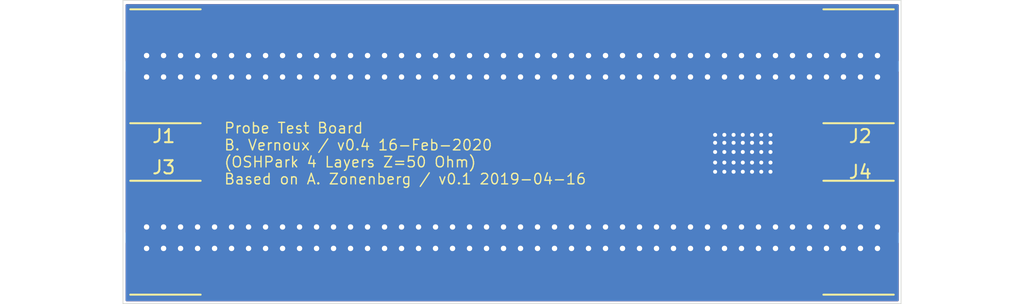
<source format=kicad_pcb>
(kicad_pcb (version 20171130) (host pcbnew "(5.1.5)-2")

  (general
    (thickness 1.6)
    (drawings 7)
    (tracks 219)
    (zones 0)
    (modules 7)
    (nets 4)
  )

  (page A4)
  (layers
    (0 F.Cu signal)
    (1 In1.Cu signal)
    (2 In2.Cu signal)
    (31 B.Cu signal)
    (32 B.Adhes user)
    (33 F.Adhes user)
    (34 B.Paste user)
    (35 F.Paste user)
    (36 B.SilkS user)
    (37 F.SilkS user)
    (38 B.Mask user)
    (39 F.Mask user)
    (40 Dwgs.User user)
    (41 Cmts.User user)
    (42 Eco1.User user)
    (43 Eco2.User user)
    (44 Edge.Cuts user)
    (45 Margin user)
    (46 B.CrtYd user)
    (47 F.CrtYd user)
    (48 B.Fab user)
    (49 F.Fab user)
  )

  (setup
    (last_trace_width 0.34036)
    (user_trace_width 0.7239)
    (user_trace_width 1)
    (trace_clearance 0.1524)
    (zone_clearance 0.1524)
    (zone_45_only no)
    (trace_min 0.1524)
    (via_size 0.762)
    (via_drill 0.4064)
    (via_min_size 0.4)
    (via_min_drill 0.3)
    (uvia_size 0.3)
    (uvia_drill 0.1)
    (uvias_allowed no)
    (uvia_min_size 0.2)
    (uvia_min_drill 0.1)
    (edge_width 0.15)
    (segment_width 0.2)
    (pcb_text_width 0.3)
    (pcb_text_size 1.5 1.5)
    (mod_edge_width 0.15)
    (mod_text_size 1 1)
    (mod_text_width 0.15)
    (pad_size 0.975 1.4)
    (pad_drill 0)
    (pad_to_mask_clearance 0.051)
    (solder_mask_min_width 0.1524)
    (aux_axis_origin 0 0)
    (grid_origin 183 172)
    (visible_elements 7FFDEFFF)
    (pcbplotparams
      (layerselection 0x010ff_ffffffff)
      (usegerberextensions true)
      (usegerberattributes false)
      (usegerberadvancedattributes false)
      (creategerberjobfile false)
      (excludeedgelayer true)
      (linewidth 0.152400)
      (plotframeref false)
      (viasonmask false)
      (mode 1)
      (useauxorigin false)
      (hpglpennumber 1)
      (hpglpenspeed 20)
      (hpglpendiameter 15.000000)
      (psnegative false)
      (psa4output false)
      (plotreference true)
      (plotvalue true)
      (plotinvisibletext false)
      (padsonsilk false)
      (subtractmaskfromsilk false)
      (outputformat 1)
      (mirror false)
      (drillshape 0)
      (scaleselection 1)
      (outputdirectory "Gerber_4Layers_F.Cu_In1.Cu_In2.Cu_B.Cu/"))
  )

  (net 0 "")
  (net 1 /GND)
  (net 2 /FOO_P)
  (net 3 /FOO_N)

  (net_class Default "This is the default net class."
    (clearance 0.1524)
    (trace_width 0.34036)
    (via_dia 0.762)
    (via_drill 0.4064)
    (uvia_dia 0.3)
    (uvia_drill 0.1)
    (add_net /FOO_N)
    (add_net /FOO_P)
    (add_net /GND)
  )

  (module kicad:SMA-Launcher_Cinch_142-0771-831 (layer F.Cu) (tedit 5E0C940C) (tstamp 5CB69813)
    (at 118.7 68 270)
    (path /5CB6AA20)
    (fp_text reference J4 (at -4.99 2.794 180) (layer F.SilkS)
      (effects (font (size 1 1) (thickness 0.15)))
    )
    (fp_text value Conn_Coaxial (at 0 6.731 90) (layer F.Fab)
      (effects (font (size 1 1) (thickness 0.15)))
    )
    (fp_line (start 4.318 0.254) (end 4.318 5.588) (layer F.SilkS) (width 0.15))
    (fp_line (start -4.318 0.254) (end -4.318 5.588) (layer F.SilkS) (width 0.15))
    (fp_line (start -4.064 -9.5504) (end -4.064 5.5626) (layer F.CrtYd) (width 0.15))
    (fp_line (start 4.064 -9.5504) (end -4.064 -9.5504) (layer F.CrtYd) (width 0.15))
    (fp_line (start 4.064 5.5626) (end 4.064 -9.5504) (layer F.CrtYd) (width 0.15))
    (fp_line (start -4.064 5.5626) (end 4.064 5.5626) (layer F.CrtYd) (width 0.15))
    (fp_line (start 3.1242 -5.334) (end -3.1242 -5.0292) (layer F.Fab) (width 0.15))
    (fp_line (start 3.1242 -6.096) (end -3.1242 -5.7912) (layer F.Fab) (width 0.15))
    (fp_line (start 3.1242 -6.858) (end -3.1242 -6.5532) (layer F.Fab) (width 0.15))
    (fp_line (start 3.1242 -7.62) (end -3.1242 -7.3152) (layer F.Fab) (width 0.15))
    (fp_line (start 3.1242 -8.382) (end -3.1242 -8.0772) (layer F.Fab) (width 0.15))
    (fp_line (start 3.1242 -9.144) (end -3.1242 -8.8392) (layer F.Fab) (width 0.15))
    (fp_line (start 3.1242 0) (end 3.1242 -1.27) (layer F.Fab) (width 0.15))
    (fp_line (start 3.1242 -1.27) (end 2.7432 -1.651) (layer F.Fab) (width 0.15))
    (fp_line (start 2.7432 -1.651) (end 2.7432 -4.191) (layer F.Fab) (width 0.15))
    (fp_line (start 2.7432 -4.191) (end 3.1242 -4.572) (layer F.Fab) (width 0.15))
    (fp_line (start 3.1242 -4.572) (end 3.1242 -9.144) (layer F.Fab) (width 0.15))
    (fp_line (start 3.1242 -9.144) (end 2.7432 -9.525) (layer F.Fab) (width 0.15))
    (fp_line (start 0.8636 0) (end 0.8636 4.5466) (layer F.Fab) (width 0.15))
    (fp_line (start -0.8636 0) (end -0.8636 4.5466) (layer F.Fab) (width 0.15))
    (fp_line (start -3.1242 -9.144) (end -2.7432 -9.525) (layer F.Fab) (width 0.15))
    (fp_line (start -3.1242 -4.572) (end -3.1242 -9.144) (layer F.Fab) (width 0.15))
    (fp_line (start -2.7432 -4.191) (end -3.1242 -4.572) (layer F.Fab) (width 0.15))
    (fp_line (start -2.7432 -1.651) (end -2.7432 -4.191) (layer F.Fab) (width 0.15))
    (fp_line (start -3.1242 -1.27) (end -2.7432 -1.651) (layer F.Fab) (width 0.15))
    (fp_line (start -3.1242 0) (end -3.1242 -1.27) (layer F.Fab) (width 0.15))
    (fp_line (start -3.1242 0) (end 3.1242 0) (layer F.Fab) (width 0.15))
    (fp_line (start -2.7432 -9.525) (end 2.7432 -9.525) (layer F.Fab) (width 0.15))
    (fp_line (start 3.1242 0) (end 3.1242 4.5466) (layer F.Fab) (width 0.15))
    (fp_line (start -3.1242 4.5466) (end 3.1242 4.5466) (layer F.Fab) (width 0.15))
    (fp_line (start -3.1242 0) (end -3.1242 4.5466) (layer F.Fab) (width 0.15))
    (pad 2 smd rect (at 0 1.0922 270) (size 6.2992 2.1844) (layers B.Cu B.Paste B.Mask)
      (net 1 /GND))
    (pad 1 smd rect (at 0 0.4445 270) (size 0.4064 0.889) (layers F.Cu F.Paste F.Mask)
      (net 3 /FOO_N))
    (pad 2 smd rect (at 2.4638 2.7686 270) (size 3.2258 5.5372) (layers F.Cu F.Paste F.Mask)
      (net 1 /GND))
    (pad 2 smd rect (at -2.4638 2.7686 270) (size 3.2258 5.5372) (layers F.Cu F.Paste F.Mask)
      (net 1 /GND))
    (model ${KISYS3DMOD}/Connectors_BELFUSE/142-0771-831.stp
      (at (xyz 0 0 0))
      (scale (xyz 1 1 1))
      (rotate (xyz 0 0 -90))
    )
  )

  (module kicad:SMA-Launcher_Cinch_142-0771-831 (layer F.Cu) (tedit 5E0C940C) (tstamp 5CB6980C)
    (at 118.7 55 270)
    (path /5CB68B0D)
    (fp_text reference J2 (at 5.3 2.794 180) (layer F.SilkS)
      (effects (font (size 1 1) (thickness 0.15)))
    )
    (fp_text value Conn_Coaxial (at 0 6.731 90) (layer F.Fab)
      (effects (font (size 1 1) (thickness 0.15)))
    )
    (fp_line (start 4.318 0.254) (end 4.318 5.588) (layer F.SilkS) (width 0.15))
    (fp_line (start -4.318 0.254) (end -4.318 5.588) (layer F.SilkS) (width 0.15))
    (fp_line (start -4.064 -9.5504) (end -4.064 5.5626) (layer F.CrtYd) (width 0.15))
    (fp_line (start 4.064 -9.5504) (end -4.064 -9.5504) (layer F.CrtYd) (width 0.15))
    (fp_line (start 4.064 5.5626) (end 4.064 -9.5504) (layer F.CrtYd) (width 0.15))
    (fp_line (start -4.064 5.5626) (end 4.064 5.5626) (layer F.CrtYd) (width 0.15))
    (fp_line (start 3.1242 -5.334) (end -3.1242 -5.0292) (layer F.Fab) (width 0.15))
    (fp_line (start 3.1242 -6.096) (end -3.1242 -5.7912) (layer F.Fab) (width 0.15))
    (fp_line (start 3.1242 -6.858) (end -3.1242 -6.5532) (layer F.Fab) (width 0.15))
    (fp_line (start 3.1242 -7.62) (end -3.1242 -7.3152) (layer F.Fab) (width 0.15))
    (fp_line (start 3.1242 -8.382) (end -3.1242 -8.0772) (layer F.Fab) (width 0.15))
    (fp_line (start 3.1242 -9.144) (end -3.1242 -8.8392) (layer F.Fab) (width 0.15))
    (fp_line (start 3.1242 0) (end 3.1242 -1.27) (layer F.Fab) (width 0.15))
    (fp_line (start 3.1242 -1.27) (end 2.7432 -1.651) (layer F.Fab) (width 0.15))
    (fp_line (start 2.7432 -1.651) (end 2.7432 -4.191) (layer F.Fab) (width 0.15))
    (fp_line (start 2.7432 -4.191) (end 3.1242 -4.572) (layer F.Fab) (width 0.15))
    (fp_line (start 3.1242 -4.572) (end 3.1242 -9.144) (layer F.Fab) (width 0.15))
    (fp_line (start 3.1242 -9.144) (end 2.7432 -9.525) (layer F.Fab) (width 0.15))
    (fp_line (start 0.8636 0) (end 0.8636 4.5466) (layer F.Fab) (width 0.15))
    (fp_line (start -0.8636 0) (end -0.8636 4.5466) (layer F.Fab) (width 0.15))
    (fp_line (start -3.1242 -9.144) (end -2.7432 -9.525) (layer F.Fab) (width 0.15))
    (fp_line (start -3.1242 -4.572) (end -3.1242 -9.144) (layer F.Fab) (width 0.15))
    (fp_line (start -2.7432 -4.191) (end -3.1242 -4.572) (layer F.Fab) (width 0.15))
    (fp_line (start -2.7432 -1.651) (end -2.7432 -4.191) (layer F.Fab) (width 0.15))
    (fp_line (start -3.1242 -1.27) (end -2.7432 -1.651) (layer F.Fab) (width 0.15))
    (fp_line (start -3.1242 0) (end -3.1242 -1.27) (layer F.Fab) (width 0.15))
    (fp_line (start -3.1242 0) (end 3.1242 0) (layer F.Fab) (width 0.15))
    (fp_line (start -2.7432 -9.525) (end 2.7432 -9.525) (layer F.Fab) (width 0.15))
    (fp_line (start 3.1242 0) (end 3.1242 4.5466) (layer F.Fab) (width 0.15))
    (fp_line (start -3.1242 4.5466) (end 3.1242 4.5466) (layer F.Fab) (width 0.15))
    (fp_line (start -3.1242 0) (end -3.1242 4.5466) (layer F.Fab) (width 0.15))
    (pad 2 smd rect (at 0 1.0922 270) (size 6.2992 2.1844) (layers B.Cu B.Paste B.Mask)
      (net 1 /GND))
    (pad 1 smd rect (at 0 0.4445 270) (size 0.4064 0.889) (layers F.Cu F.Paste F.Mask)
      (net 2 /FOO_P))
    (pad 2 smd rect (at 2.4638 2.7686 270) (size 3.2258 5.5372) (layers F.Cu F.Paste F.Mask)
      (net 1 /GND))
    (pad 2 smd rect (at -2.4638 2.7686 270) (size 3.2258 5.5372) (layers F.Cu F.Paste F.Mask)
      (net 1 /GND))
    (model ${KISYS3DMOD}/Connectors_BELFUSE/142-0771-831.stp
      (at (xyz 0 0 0))
      (scale (xyz 1 1 1))
      (rotate (xyz 0 0 -90))
    )
  )

  (module kicad:SMA-Launcher_Cinch_142-0771-831 (layer F.Cu) (tedit 5E0C940C) (tstamp 5CB69805)
    (at 60.3 68 90)
    (path /5CB69EC9)
    (fp_text reference J3 (at 5.334 2.794 180) (layer F.SilkS)
      (effects (font (size 1 1) (thickness 0.15)))
    )
    (fp_text value Conn_Coaxial (at 0 6.731 90) (layer F.Fab)
      (effects (font (size 1 1) (thickness 0.15)))
    )
    (fp_line (start 4.318 0.254) (end 4.318 5.588) (layer F.SilkS) (width 0.15))
    (fp_line (start -4.318 0.254) (end -4.318 5.588) (layer F.SilkS) (width 0.15))
    (fp_line (start -4.064 -9.5504) (end -4.064 5.5626) (layer F.CrtYd) (width 0.15))
    (fp_line (start 4.064 -9.5504) (end -4.064 -9.5504) (layer F.CrtYd) (width 0.15))
    (fp_line (start 4.064 5.5626) (end 4.064 -9.5504) (layer F.CrtYd) (width 0.15))
    (fp_line (start -4.064 5.5626) (end 4.064 5.5626) (layer F.CrtYd) (width 0.15))
    (fp_line (start 3.1242 -5.334) (end -3.1242 -5.0292) (layer F.Fab) (width 0.15))
    (fp_line (start 3.1242 -6.096) (end -3.1242 -5.7912) (layer F.Fab) (width 0.15))
    (fp_line (start 3.1242 -6.858) (end -3.1242 -6.5532) (layer F.Fab) (width 0.15))
    (fp_line (start 3.1242 -7.62) (end -3.1242 -7.3152) (layer F.Fab) (width 0.15))
    (fp_line (start 3.1242 -8.382) (end -3.1242 -8.0772) (layer F.Fab) (width 0.15))
    (fp_line (start 3.1242 -9.144) (end -3.1242 -8.8392) (layer F.Fab) (width 0.15))
    (fp_line (start 3.1242 0) (end 3.1242 -1.27) (layer F.Fab) (width 0.15))
    (fp_line (start 3.1242 -1.27) (end 2.7432 -1.651) (layer F.Fab) (width 0.15))
    (fp_line (start 2.7432 -1.651) (end 2.7432 -4.191) (layer F.Fab) (width 0.15))
    (fp_line (start 2.7432 -4.191) (end 3.1242 -4.572) (layer F.Fab) (width 0.15))
    (fp_line (start 3.1242 -4.572) (end 3.1242 -9.144) (layer F.Fab) (width 0.15))
    (fp_line (start 3.1242 -9.144) (end 2.7432 -9.525) (layer F.Fab) (width 0.15))
    (fp_line (start 0.8636 0) (end 0.8636 4.5466) (layer F.Fab) (width 0.15))
    (fp_line (start -0.8636 0) (end -0.8636 4.5466) (layer F.Fab) (width 0.15))
    (fp_line (start -3.1242 -9.144) (end -2.7432 -9.525) (layer F.Fab) (width 0.15))
    (fp_line (start -3.1242 -4.572) (end -3.1242 -9.144) (layer F.Fab) (width 0.15))
    (fp_line (start -2.7432 -4.191) (end -3.1242 -4.572) (layer F.Fab) (width 0.15))
    (fp_line (start -2.7432 -1.651) (end -2.7432 -4.191) (layer F.Fab) (width 0.15))
    (fp_line (start -3.1242 -1.27) (end -2.7432 -1.651) (layer F.Fab) (width 0.15))
    (fp_line (start -3.1242 0) (end -3.1242 -1.27) (layer F.Fab) (width 0.15))
    (fp_line (start -3.1242 0) (end 3.1242 0) (layer F.Fab) (width 0.15))
    (fp_line (start -2.7432 -9.525) (end 2.7432 -9.525) (layer F.Fab) (width 0.15))
    (fp_line (start 3.1242 0) (end 3.1242 4.5466) (layer F.Fab) (width 0.15))
    (fp_line (start -3.1242 4.5466) (end 3.1242 4.5466) (layer F.Fab) (width 0.15))
    (fp_line (start -3.1242 0) (end -3.1242 4.5466) (layer F.Fab) (width 0.15))
    (pad 2 smd rect (at 0 1.0922 90) (size 6.2992 2.1844) (layers B.Cu B.Paste B.Mask)
      (net 1 /GND))
    (pad 1 smd rect (at 0 0.4445 90) (size 0.4064 0.889) (layers F.Cu F.Paste F.Mask)
      (net 3 /FOO_N))
    (pad 2 smd rect (at 2.4638 2.7686 90) (size 3.2258 5.5372) (layers F.Cu F.Paste F.Mask)
      (net 1 /GND))
    (pad 2 smd rect (at -2.4638 2.7686 90) (size 3.2258 5.5372) (layers F.Cu F.Paste F.Mask)
      (net 1 /GND))
    (model ${KISYS3DMOD}/Connectors_BELFUSE/142-0771-831.stp
      (at (xyz 0 0 0))
      (scale (xyz 1 1 1))
      (rotate (xyz 0 0 -90))
    )
  )

  (module kicad:SMA-Launcher_Cinch_142-0771-831 (layer F.Cu) (tedit 5E0C940C) (tstamp 5CB697FE)
    (at 60.3 55 90)
    (path /5CB6939C)
    (fp_text reference J1 (at -5.3 2.794 180) (layer F.SilkS)
      (effects (font (size 1 1) (thickness 0.15)))
    )
    (fp_text value Conn_Coaxial (at 0 6.731 90) (layer F.Fab)
      (effects (font (size 1 1) (thickness 0.15)))
    )
    (fp_line (start 4.318 0.254) (end 4.318 5.588) (layer F.SilkS) (width 0.15))
    (fp_line (start -4.318 0.254) (end -4.318 5.588) (layer F.SilkS) (width 0.15))
    (fp_line (start -4.064 -9.5504) (end -4.064 5.5626) (layer F.CrtYd) (width 0.15))
    (fp_line (start 4.064 -9.5504) (end -4.064 -9.5504) (layer F.CrtYd) (width 0.15))
    (fp_line (start 4.064 5.5626) (end 4.064 -9.5504) (layer F.CrtYd) (width 0.15))
    (fp_line (start -4.064 5.5626) (end 4.064 5.5626) (layer F.CrtYd) (width 0.15))
    (fp_line (start 3.1242 -5.334) (end -3.1242 -5.0292) (layer F.Fab) (width 0.15))
    (fp_line (start 3.1242 -6.096) (end -3.1242 -5.7912) (layer F.Fab) (width 0.15))
    (fp_line (start 3.1242 -6.858) (end -3.1242 -6.5532) (layer F.Fab) (width 0.15))
    (fp_line (start 3.1242 -7.62) (end -3.1242 -7.3152) (layer F.Fab) (width 0.15))
    (fp_line (start 3.1242 -8.382) (end -3.1242 -8.0772) (layer F.Fab) (width 0.15))
    (fp_line (start 3.1242 -9.144) (end -3.1242 -8.8392) (layer F.Fab) (width 0.15))
    (fp_line (start 3.1242 0) (end 3.1242 -1.27) (layer F.Fab) (width 0.15))
    (fp_line (start 3.1242 -1.27) (end 2.7432 -1.651) (layer F.Fab) (width 0.15))
    (fp_line (start 2.7432 -1.651) (end 2.7432 -4.191) (layer F.Fab) (width 0.15))
    (fp_line (start 2.7432 -4.191) (end 3.1242 -4.572) (layer F.Fab) (width 0.15))
    (fp_line (start 3.1242 -4.572) (end 3.1242 -9.144) (layer F.Fab) (width 0.15))
    (fp_line (start 3.1242 -9.144) (end 2.7432 -9.525) (layer F.Fab) (width 0.15))
    (fp_line (start 0.8636 0) (end 0.8636 4.5466) (layer F.Fab) (width 0.15))
    (fp_line (start -0.8636 0) (end -0.8636 4.5466) (layer F.Fab) (width 0.15))
    (fp_line (start -3.1242 -9.144) (end -2.7432 -9.525) (layer F.Fab) (width 0.15))
    (fp_line (start -3.1242 -4.572) (end -3.1242 -9.144) (layer F.Fab) (width 0.15))
    (fp_line (start -2.7432 -4.191) (end -3.1242 -4.572) (layer F.Fab) (width 0.15))
    (fp_line (start -2.7432 -1.651) (end -2.7432 -4.191) (layer F.Fab) (width 0.15))
    (fp_line (start -3.1242 -1.27) (end -2.7432 -1.651) (layer F.Fab) (width 0.15))
    (fp_line (start -3.1242 0) (end -3.1242 -1.27) (layer F.Fab) (width 0.15))
    (fp_line (start -3.1242 0) (end 3.1242 0) (layer F.Fab) (width 0.15))
    (fp_line (start -2.7432 -9.525) (end 2.7432 -9.525) (layer F.Fab) (width 0.15))
    (fp_line (start 3.1242 0) (end 3.1242 4.5466) (layer F.Fab) (width 0.15))
    (fp_line (start -3.1242 4.5466) (end 3.1242 4.5466) (layer F.Fab) (width 0.15))
    (fp_line (start -3.1242 0) (end -3.1242 4.5466) (layer F.Fab) (width 0.15))
    (pad 2 smd rect (at 0 1.0922 90) (size 6.2992 2.1844) (layers B.Cu B.Paste B.Mask)
      (net 1 /GND))
    (pad 1 smd rect (at 0 0.4445 90) (size 0.4064 0.889) (layers F.Cu F.Paste F.Mask)
      (net 2 /FOO_P))
    (pad 2 smd rect (at 2.4638 2.7686 90) (size 3.2258 5.5372) (layers F.Cu F.Paste F.Mask)
      (net 1 /GND))
    (pad 2 smd rect (at -2.4638 2.7686 90) (size 3.2258 5.5372) (layers F.Cu F.Paste F.Mask)
      (net 1 /GND))
    (model ${KISYS3DMOD}/Connectors_BELFUSE/142-0771-831.stp
      (at (xyz 0 0 0))
      (scale (xyz 1 1 1))
      (rotate (xyz 0 0 -90))
    )
  )

  (module azonenberg_pcb:TESTPOINT_BARETRACE_328UM (layer F.Cu) (tedit 5E0CE76A) (tstamp 5CB69A24)
    (at 98.4 69 90)
    (path /5CB6ECBF)
    (solder_mask_margin 0.05)
    (fp_text reference J7 (at -1.96 2.12 90) (layer F.SilkS) hide
      (effects (font (size 1.5 1.5) (thickness 0.15)))
    )
    (fp_text value Conn_01x01 (at 0 1.75 90) (layer F.Fab) hide
      (effects (font (size 1.5 1.5) (thickness 0.15)))
    )
    (pad 1 smd rect (at 0 0 90) (size 0.328 1) (layers F.Cu F.Mask)
      (net 1 /GND))
  )

  (module azonenberg_pcb:TESTPOINT_BARETRACE_328UM (layer F.Cu) (tedit 590FD06D) (tstamp 5CB69A1F)
    (at 98.4 56 90)
    (path /5CB6F484)
    (solder_mask_margin 0.05)
    (fp_text reference J6 (at -1.68 1.94 90) (layer F.SilkS) hide
      (effects (font (size 1.5 1.5) (thickness 0.15)))
    )
    (fp_text value Conn_01x01 (at 0 1.75 90) (layer F.Fab) hide
      (effects (font (size 1.5 1.5) (thickness 0.15)))
    )
    (pad 1 smd rect (at 0 0 90) (size 0.328 1) (layers F.Cu F.Mask)
      (net 1 /GND))
  )

  (module azonenberg_pcb:TESTPOINT_SMT_KEYSTONE_5016 (layer F.Cu) (tedit 53C619BB) (tstamp 5CB69A1A)
    (at 107 61.5)
    (path /5CB6C65C)
    (fp_text reference J5 (at 0 3) (layer F.SilkS) hide
      (effects (font (size 1 1) (thickness 0.15)))
    )
    (fp_text value Conn_01x01 (at 0 4.6) (layer F.SilkS) hide
      (effects (font (size 1 1) (thickness 0.15)))
    )
    (pad 1 smd rect (at 0 0) (size 4.7 3.43) (layers F.Cu F.Paste F.Mask)
      (net 1 /GND))
  )

  (gr_line (start 60.5 68) (end 118.5 68) (layer F.Mask) (width 3) (tstamp 1C0))
  (gr_line (start 60.5 55) (end 118.5 55) (layer F.Mask) (width 3) (tstamp 1C2))
  (gr_line (start 119 73) (end 119 50) (layer Edge.Cuts) (width 0.05))
  (gr_text "Probe Test Board\nB. Vernoux / v0.4 16-Feb-2020\n(OSHPark 4 Layers Z=50 Ohm)\nBased on A. Zonenberg / v0.1 2019-04-16\n" (at 67.62 61.62) (layer F.SilkS)
    (effects (font (size 0.8 0.8) (thickness 0.1)) (justify left))
  )
  (gr_line (start 119 50) (end 60 50) (layer Edge.Cuts) (width 0.05) (tstamp 5CB699A3))
  (gr_line (start 60 73) (end 119 73) (layer Edge.Cuts) (width 0.05))
  (gr_line (start 60 50) (end 60 73) (layer Edge.Cuts) (width 0.05))

  (via (at 61.788888 68.8128) (size 0.762) (drill 0.4064) (layers F.Cu B.Cu) (net 1) (tstamp 37))
  (via (at 63.077777 68.8128) (size 0.762) (drill 0.4064) (layers F.Cu B.Cu) (net 1) (tstamp 37))
  (via (at 64.366666 68.8128) (size 0.762) (drill 0.4064) (layers F.Cu B.Cu) (net 1) (tstamp 37))
  (via (at 65.655555 68.8128) (size 0.762) (drill 0.4064) (layers F.Cu B.Cu) (net 1) (tstamp 37))
  (via (at 66.944444 68.8128) (size 0.762) (drill 0.4064) (layers F.Cu B.Cu) (net 1) (tstamp 37))
  (via (at 68.233333 68.8128) (size 0.762) (drill 0.4064) (layers F.Cu B.Cu) (net 1) (tstamp 37))
  (via (at 69.522222 68.8128) (size 0.762) (drill 0.4064) (layers F.Cu B.Cu) (net 1) (tstamp 37))
  (via (at 70.811111 68.8128) (size 0.762) (drill 0.4064) (layers F.Cu B.Cu) (net 1) (tstamp 37))
  (via (at 72.1 68.8128) (size 0.762) (drill 0.4064) (layers F.Cu B.Cu) (net 1) (tstamp 37))
  (via (at 73.388888 68.8128) (size 0.762) (drill 0.4064) (layers F.Cu B.Cu) (net 1) (tstamp 37))
  (via (at 74.677777 68.8128) (size 0.762) (drill 0.4064) (layers F.Cu B.Cu) (net 1) (tstamp 37))
  (via (at 75.966666 68.8128) (size 0.762) (drill 0.4064) (layers F.Cu B.Cu) (net 1) (tstamp 37))
  (via (at 77.255555 68.8128) (size 0.762) (drill 0.4064) (layers F.Cu B.Cu) (net 1) (tstamp 37))
  (via (at 78.544444 68.8128) (size 0.762) (drill 0.4064) (layers F.Cu B.Cu) (net 1) (tstamp 37))
  (via (at 79.833333 68.8128) (size 0.762) (drill 0.4064) (layers F.Cu B.Cu) (net 1) (tstamp 37))
  (via (at 81.122222 68.8128) (size 0.762) (drill 0.4064) (layers F.Cu B.Cu) (net 1) (tstamp 37))
  (via (at 82.411111 68.8128) (size 0.762) (drill 0.4064) (layers F.Cu B.Cu) (net 1) (tstamp 37))
  (via (at 83.7 68.8128) (size 0.762) (drill 0.4064) (layers F.Cu B.Cu) (net 1) (tstamp 37))
  (via (at 84.988888 68.8128) (size 0.762) (drill 0.4064) (layers F.Cu B.Cu) (net 1) (tstamp 37))
  (via (at 86.277777 68.8128) (size 0.762) (drill 0.4064) (layers F.Cu B.Cu) (net 1) (tstamp 37))
  (via (at 87.566666 68.8128) (size 0.762) (drill 0.4064) (layers F.Cu B.Cu) (net 1) (tstamp 37))
  (via (at 88.855555 68.8128) (size 0.762) (drill 0.4064) (layers F.Cu B.Cu) (net 1) (tstamp 37))
  (via (at 90.144444 68.8128) (size 0.762) (drill 0.4064) (layers F.Cu B.Cu) (net 1) (tstamp 37))
  (via (at 91.433333 68.8128) (size 0.762) (drill 0.4064) (layers F.Cu B.Cu) (net 1) (tstamp 37))
  (via (at 92.722222 68.8128) (size 0.762) (drill 0.4064) (layers F.Cu B.Cu) (net 1) (tstamp 37))
  (via (at 94.011111 68.8128) (size 0.762) (drill 0.4064) (layers F.Cu B.Cu) (net 1) (tstamp 37))
  (via (at 95.3 68.8128) (size 0.762) (drill 0.4064) (layers F.Cu B.Cu) (net 1) (tstamp 37))
  (via (at 96.588888 68.8128) (size 0.762) (drill 0.4064) (layers F.Cu B.Cu) (net 1) (tstamp 37))
  (via (at 97.877777 68.8128) (size 0.762) (drill 0.4064) (layers F.Cu B.Cu) (net 1) (tstamp 37))
  (via (at 99.166666 68.8128) (size 0.762) (drill 0.4064) (layers F.Cu B.Cu) (net 1) (tstamp 37))
  (via (at 100.455555 68.8128) (size 0.762) (drill 0.4064) (layers F.Cu B.Cu) (net 1) (tstamp 37))
  (via (at 101.744444 68.8128) (size 0.762) (drill 0.4064) (layers F.Cu B.Cu) (net 1) (tstamp 37))
  (via (at 103.033333 68.8128) (size 0.762) (drill 0.4064) (layers F.Cu B.Cu) (net 1) (tstamp 37))
  (via (at 104.322222 68.8128) (size 0.762) (drill 0.4064) (layers F.Cu B.Cu) (net 1) (tstamp 37))
  (via (at 105.611111 68.8128) (size 0.762) (drill 0.4064) (layers F.Cu B.Cu) (net 1) (tstamp 37))
  (via (at 106.9 68.8128) (size 0.762) (drill 0.4064) (layers F.Cu B.Cu) (net 1) (tstamp 37))
  (via (at 108.188888 68.8128) (size 0.762) (drill 0.4064) (layers F.Cu B.Cu) (net 1) (tstamp 37))
  (via (at 109.477777 68.8128) (size 0.762) (drill 0.4064) (layers F.Cu B.Cu) (net 1) (tstamp 37))
  (via (at 110.766666 68.8128) (size 0.762) (drill 0.4064) (layers F.Cu B.Cu) (net 1) (tstamp 37))
  (via (at 112.055555 68.8128) (size 0.762) (drill 0.4064) (layers F.Cu B.Cu) (net 1) (tstamp 37))
  (via (at 113.344444 68.8128) (size 0.762) (drill 0.4064) (layers F.Cu B.Cu) (net 1) (tstamp 37))
  (via (at 114.633333 68.8128) (size 0.762) (drill 0.4064) (layers F.Cu B.Cu) (net 1) (tstamp 37))
  (via (at 115.922222 68.8128) (size 0.762) (drill 0.4064) (layers F.Cu B.Cu) (net 1) (tstamp 37))
  (via (at 117.211111 68.8128) (size 0.762) (drill 0.4064) (layers F.Cu B.Cu) (net 1) (tstamp 37))
  (via (at 117.211111 67.1872) (size 0.762) (drill 0.4064) (layers F.Cu B.Cu) (net 1) (tstamp 37))
  (via (at 115.922222 67.1872) (size 0.762) (drill 0.4064) (layers F.Cu B.Cu) (net 1) (tstamp 37))
  (via (at 114.633333 67.1872) (size 0.762) (drill 0.4064) (layers F.Cu B.Cu) (net 1) (tstamp 37))
  (via (at 113.344444 67.1872) (size 0.762) (drill 0.4064) (layers F.Cu B.Cu) (net 1) (tstamp 37))
  (via (at 112.055555 67.1872) (size 0.762) (drill 0.4064) (layers F.Cu B.Cu) (net 1) (tstamp 37))
  (via (at 110.766666 67.1872) (size 0.762) (drill 0.4064) (layers F.Cu B.Cu) (net 1) (tstamp 37))
  (via (at 109.477777 67.1872) (size 0.762) (drill 0.4064) (layers F.Cu B.Cu) (net 1) (tstamp 37))
  (via (at 108.188888 67.1872) (size 0.762) (drill 0.4064) (layers F.Cu B.Cu) (net 1) (tstamp 37))
  (via (at 106.9 67.1872) (size 0.762) (drill 0.4064) (layers F.Cu B.Cu) (net 1) (tstamp 37))
  (via (at 105.611111 67.1872) (size 0.762) (drill 0.4064) (layers F.Cu B.Cu) (net 1) (tstamp 37))
  (via (at 104.322222 67.1872) (size 0.762) (drill 0.4064) (layers F.Cu B.Cu) (net 1) (tstamp 37))
  (via (at 103.033333 67.1872) (size 0.762) (drill 0.4064) (layers F.Cu B.Cu) (net 1) (tstamp 37))
  (via (at 101.744444 67.1872) (size 0.762) (drill 0.4064) (layers F.Cu B.Cu) (net 1) (tstamp 37))
  (via (at 100.455555 67.1872) (size 0.762) (drill 0.4064) (layers F.Cu B.Cu) (net 1) (tstamp 37))
  (via (at 99.166666 67.1872) (size 0.762) (drill 0.4064) (layers F.Cu B.Cu) (net 1) (tstamp 37))
  (via (at 97.877777 67.1872) (size 0.762) (drill 0.4064) (layers F.Cu B.Cu) (net 1) (tstamp 37))
  (via (at 96.588888 67.1872) (size 0.762) (drill 0.4064) (layers F.Cu B.Cu) (net 1) (tstamp 37))
  (via (at 95.3 67.1872) (size 0.762) (drill 0.4064) (layers F.Cu B.Cu) (net 1) (tstamp 37))
  (via (at 94.011111 67.1872) (size 0.762) (drill 0.4064) (layers F.Cu B.Cu) (net 1) (tstamp 37))
  (via (at 92.722222 67.1872) (size 0.762) (drill 0.4064) (layers F.Cu B.Cu) (net 1) (tstamp 37))
  (via (at 91.433333 67.1872) (size 0.762) (drill 0.4064) (layers F.Cu B.Cu) (net 1) (tstamp 37))
  (via (at 90.144444 67.1872) (size 0.762) (drill 0.4064) (layers F.Cu B.Cu) (net 1) (tstamp 37))
  (via (at 88.855555 67.1872) (size 0.762) (drill 0.4064) (layers F.Cu B.Cu) (net 1) (tstamp 37))
  (via (at 87.566666 67.1872) (size 0.762) (drill 0.4064) (layers F.Cu B.Cu) (net 1) (tstamp 37))
  (via (at 86.277777 67.1872) (size 0.762) (drill 0.4064) (layers F.Cu B.Cu) (net 1) (tstamp 37))
  (via (at 84.988888 67.1872) (size 0.762) (drill 0.4064) (layers F.Cu B.Cu) (net 1) (tstamp 37))
  (via (at 83.7 67.1872) (size 0.762) (drill 0.4064) (layers F.Cu B.Cu) (net 1) (tstamp 37))
  (via (at 82.411111 67.1872) (size 0.762) (drill 0.4064) (layers F.Cu B.Cu) (net 1) (tstamp 37))
  (via (at 81.122222 67.1872) (size 0.762) (drill 0.4064) (layers F.Cu B.Cu) (net 1) (tstamp 37))
  (via (at 79.833333 67.1872) (size 0.762) (drill 0.4064) (layers F.Cu B.Cu) (net 1) (tstamp 37))
  (via (at 78.544444 67.1872) (size 0.762) (drill 0.4064) (layers F.Cu B.Cu) (net 1) (tstamp 37))
  (via (at 77.255555 67.1872) (size 0.762) (drill 0.4064) (layers F.Cu B.Cu) (net 1) (tstamp 37))
  (via (at 75.966666 67.1872) (size 0.762) (drill 0.4064) (layers F.Cu B.Cu) (net 1) (tstamp 37))
  (via (at 74.677777 67.1872) (size 0.762) (drill 0.4064) (layers F.Cu B.Cu) (net 1) (tstamp 37))
  (via (at 73.388888 67.1872) (size 0.762) (drill 0.4064) (layers F.Cu B.Cu) (net 1) (tstamp 37))
  (via (at 72.1 67.1872) (size 0.762) (drill 0.4064) (layers F.Cu B.Cu) (net 1) (tstamp 37))
  (via (at 70.811111 67.1872) (size 0.762) (drill 0.4064) (layers F.Cu B.Cu) (net 1) (tstamp 37))
  (via (at 69.522222 67.1872) (size 0.762) (drill 0.4064) (layers F.Cu B.Cu) (net 1) (tstamp 37))
  (via (at 68.233333 67.1872) (size 0.762) (drill 0.4064) (layers F.Cu B.Cu) (net 1) (tstamp 37))
  (via (at 66.944444 67.1872) (size 0.762) (drill 0.4064) (layers F.Cu B.Cu) (net 1) (tstamp 37))
  (via (at 65.655555 67.1872) (size 0.762) (drill 0.4064) (layers F.Cu B.Cu) (net 1) (tstamp 37))
  (via (at 64.366666 67.1872) (size 0.762) (drill 0.4064) (layers F.Cu B.Cu) (net 1) (tstamp 37))
  (via (at 63.077777 67.1872) (size 0.762) (drill 0.4064) (layers F.Cu B.Cu) (net 1) (tstamp 37))
  (via (at 61.788888 67.1872) (size 0.762) (drill 0.4064) (layers F.Cu B.Cu) (net 1) (tstamp 37))
  (via (at 61.788888 55.8128) (size 0.762) (drill 0.4064) (layers F.Cu B.Cu) (net 1) (tstamp 37))
  (via (at 63.077777 55.8128) (size 0.762) (drill 0.4064) (layers F.Cu B.Cu) (net 1) (tstamp 37))
  (via (at 64.366666 55.8128) (size 0.762) (drill 0.4064) (layers F.Cu B.Cu) (net 1) (tstamp 37))
  (via (at 65.655555 55.8128) (size 0.762) (drill 0.4064) (layers F.Cu B.Cu) (net 1) (tstamp 37))
  (via (at 66.944444 55.8128) (size 0.762) (drill 0.4064) (layers F.Cu B.Cu) (net 1) (tstamp 37))
  (via (at 68.233333 55.8128) (size 0.762) (drill 0.4064) (layers F.Cu B.Cu) (net 1) (tstamp 37))
  (via (at 69.522222 55.8128) (size 0.762) (drill 0.4064) (layers F.Cu B.Cu) (net 1) (tstamp 37))
  (via (at 70.811111 55.8128) (size 0.762) (drill 0.4064) (layers F.Cu B.Cu) (net 1) (tstamp 37))
  (via (at 72.1 55.8128) (size 0.762) (drill 0.4064) (layers F.Cu B.Cu) (net 1) (tstamp 37))
  (via (at 73.388888 55.8128) (size 0.762) (drill 0.4064) (layers F.Cu B.Cu) (net 1) (tstamp 37))
  (via (at 74.677777 55.8128) (size 0.762) (drill 0.4064) (layers F.Cu B.Cu) (net 1) (tstamp 37))
  (via (at 75.966666 55.8128) (size 0.762) (drill 0.4064) (layers F.Cu B.Cu) (net 1) (tstamp 37))
  (via (at 77.255555 55.8128) (size 0.762) (drill 0.4064) (layers F.Cu B.Cu) (net 1) (tstamp 37))
  (via (at 78.544444 55.8128) (size 0.762) (drill 0.4064) (layers F.Cu B.Cu) (net 1) (tstamp 37))
  (via (at 79.833333 55.8128) (size 0.762) (drill 0.4064) (layers F.Cu B.Cu) (net 1) (tstamp 37))
  (via (at 81.122222 55.8128) (size 0.762) (drill 0.4064) (layers F.Cu B.Cu) (net 1) (tstamp 37))
  (via (at 82.411111 55.8128) (size 0.762) (drill 0.4064) (layers F.Cu B.Cu) (net 1) (tstamp 37))
  (via (at 83.7 55.8128) (size 0.762) (drill 0.4064) (layers F.Cu B.Cu) (net 1) (tstamp 37))
  (via (at 84.988888 55.8128) (size 0.762) (drill 0.4064) (layers F.Cu B.Cu) (net 1) (tstamp 37))
  (via (at 86.277777 55.8128) (size 0.762) (drill 0.4064) (layers F.Cu B.Cu) (net 1) (tstamp 37))
  (via (at 87.566666 55.8128) (size 0.762) (drill 0.4064) (layers F.Cu B.Cu) (net 1) (tstamp 37))
  (via (at 88.855555 55.8128) (size 0.762) (drill 0.4064) (layers F.Cu B.Cu) (net 1) (tstamp 37))
  (via (at 90.144444 55.8128) (size 0.762) (drill 0.4064) (layers F.Cu B.Cu) (net 1) (tstamp 37))
  (via (at 91.433333 55.8128) (size 0.762) (drill 0.4064) (layers F.Cu B.Cu) (net 1) (tstamp 37))
  (via (at 92.722222 55.8128) (size 0.762) (drill 0.4064) (layers F.Cu B.Cu) (net 1) (tstamp 37))
  (via (at 94.011111 55.8128) (size 0.762) (drill 0.4064) (layers F.Cu B.Cu) (net 1) (tstamp 37))
  (via (at 95.3 55.8128) (size 0.762) (drill 0.4064) (layers F.Cu B.Cu) (net 1) (tstamp 37))
  (via (at 96.588888 55.8128) (size 0.762) (drill 0.4064) (layers F.Cu B.Cu) (net 1) (tstamp 37))
  (via (at 97.877777 55.8128) (size 0.762) (drill 0.4064) (layers F.Cu B.Cu) (net 1) (tstamp 37))
  (via (at 99.166666 55.8128) (size 0.762) (drill 0.4064) (layers F.Cu B.Cu) (net 1) (tstamp 37))
  (via (at 100.455555 55.8128) (size 0.762) (drill 0.4064) (layers F.Cu B.Cu) (net 1) (tstamp 37))
  (via (at 101.744444 55.8128) (size 0.762) (drill 0.4064) (layers F.Cu B.Cu) (net 1) (tstamp 37))
  (via (at 103.033333 55.8128) (size 0.762) (drill 0.4064) (layers F.Cu B.Cu) (net 1) (tstamp 37))
  (via (at 104.322222 55.8128) (size 0.762) (drill 0.4064) (layers F.Cu B.Cu) (net 1) (tstamp 37))
  (via (at 105.611111 55.8128) (size 0.762) (drill 0.4064) (layers F.Cu B.Cu) (net 1) (tstamp 37))
  (via (at 106.9 55.8128) (size 0.762) (drill 0.4064) (layers F.Cu B.Cu) (net 1) (tstamp 37))
  (via (at 108.188888 55.8128) (size 0.762) (drill 0.4064) (layers F.Cu B.Cu) (net 1) (tstamp 37))
  (via (at 109.477777 55.8128) (size 0.762) (drill 0.4064) (layers F.Cu B.Cu) (net 1) (tstamp 37))
  (via (at 110.766666 55.8128) (size 0.762) (drill 0.4064) (layers F.Cu B.Cu) (net 1) (tstamp 37))
  (via (at 112.055555 55.8128) (size 0.762) (drill 0.4064) (layers F.Cu B.Cu) (net 1) (tstamp 37))
  (via (at 113.344444 55.8128) (size 0.762) (drill 0.4064) (layers F.Cu B.Cu) (net 1) (tstamp 37))
  (via (at 114.633333 55.8128) (size 0.762) (drill 0.4064) (layers F.Cu B.Cu) (net 1) (tstamp 37))
  (via (at 115.922222 55.8128) (size 0.762) (drill 0.4064) (layers F.Cu B.Cu) (net 1) (tstamp 37))
  (via (at 117.211111 55.8128) (size 0.762) (drill 0.4064) (layers F.Cu B.Cu) (net 1) (tstamp 37))
  (via (at 117.211111 54.1872) (size 0.762) (drill 0.4064) (layers F.Cu B.Cu) (net 1) (tstamp 37))
  (via (at 115.922222 54.1872) (size 0.762) (drill 0.4064) (layers F.Cu B.Cu) (net 1) (tstamp 37))
  (via (at 114.633333 54.1872) (size 0.762) (drill 0.4064) (layers F.Cu B.Cu) (net 1) (tstamp 37))
  (via (at 113.344444 54.1872) (size 0.762) (drill 0.4064) (layers F.Cu B.Cu) (net 1) (tstamp 37))
  (via (at 112.055555 54.1872) (size 0.762) (drill 0.4064) (layers F.Cu B.Cu) (net 1) (tstamp 37))
  (via (at 110.766666 54.1872) (size 0.762) (drill 0.4064) (layers F.Cu B.Cu) (net 1) (tstamp 37))
  (via (at 109.477777 54.1872) (size 0.762) (drill 0.4064) (layers F.Cu B.Cu) (net 1) (tstamp 37))
  (via (at 108.188888 54.1872) (size 0.762) (drill 0.4064) (layers F.Cu B.Cu) (net 1) (tstamp 37))
  (via (at 106.9 54.1872) (size 0.762) (drill 0.4064) (layers F.Cu B.Cu) (net 1) (tstamp 37))
  (via (at 105.611111 54.1872) (size 0.762) (drill 0.4064) (layers F.Cu B.Cu) (net 1) (tstamp 37))
  (via (at 104.322222 54.1872) (size 0.762) (drill 0.4064) (layers F.Cu B.Cu) (net 1) (tstamp 37))
  (via (at 103.033333 54.1872) (size 0.762) (drill 0.4064) (layers F.Cu B.Cu) (net 1) (tstamp 37))
  (via (at 101.744444 54.1872) (size 0.762) (drill 0.4064) (layers F.Cu B.Cu) (net 1) (tstamp 37))
  (via (at 100.455555 54.1872) (size 0.762) (drill 0.4064) (layers F.Cu B.Cu) (net 1) (tstamp 37))
  (via (at 99.166666 54.1872) (size 0.762) (drill 0.4064) (layers F.Cu B.Cu) (net 1) (tstamp 37))
  (via (at 97.877777 54.1872) (size 0.762) (drill 0.4064) (layers F.Cu B.Cu) (net 1) (tstamp 37))
  (via (at 96.588888 54.1872) (size 0.762) (drill 0.4064) (layers F.Cu B.Cu) (net 1) (tstamp 37))
  (via (at 95.3 54.1872) (size 0.762) (drill 0.4064) (layers F.Cu B.Cu) (net 1) (tstamp 37))
  (via (at 94.011111 54.1872) (size 0.762) (drill 0.4064) (layers F.Cu B.Cu) (net 1) (tstamp 37))
  (via (at 92.722222 54.1872) (size 0.762) (drill 0.4064) (layers F.Cu B.Cu) (net 1) (tstamp 37))
  (via (at 91.433333 54.1872) (size 0.762) (drill 0.4064) (layers F.Cu B.Cu) (net 1) (tstamp 37))
  (via (at 90.144444 54.1872) (size 0.762) (drill 0.4064) (layers F.Cu B.Cu) (net 1) (tstamp 37))
  (via (at 88.855555 54.1872) (size 0.762) (drill 0.4064) (layers F.Cu B.Cu) (net 1) (tstamp 37))
  (via (at 87.566666 54.1872) (size 0.762) (drill 0.4064) (layers F.Cu B.Cu) (net 1) (tstamp 37))
  (via (at 86.277777 54.1872) (size 0.762) (drill 0.4064) (layers F.Cu B.Cu) (net 1) (tstamp 37))
  (via (at 84.988888 54.1872) (size 0.762) (drill 0.4064) (layers F.Cu B.Cu) (net 1) (tstamp 37))
  (via (at 83.7 54.1872) (size 0.762) (drill 0.4064) (layers F.Cu B.Cu) (net 1) (tstamp 37))
  (via (at 82.411111 54.1872) (size 0.762) (drill 0.4064) (layers F.Cu B.Cu) (net 1) (tstamp 37))
  (via (at 81.122222 54.1872) (size 0.762) (drill 0.4064) (layers F.Cu B.Cu) (net 1) (tstamp 37))
  (via (at 79.833333 54.1872) (size 0.762) (drill 0.4064) (layers F.Cu B.Cu) (net 1) (tstamp 37))
  (via (at 78.544444 54.1872) (size 0.762) (drill 0.4064) (layers F.Cu B.Cu) (net 1) (tstamp 37))
  (via (at 77.255555 54.1872) (size 0.762) (drill 0.4064) (layers F.Cu B.Cu) (net 1) (tstamp 37))
  (via (at 75.966666 54.1872) (size 0.762) (drill 0.4064) (layers F.Cu B.Cu) (net 1) (tstamp 37))
  (via (at 74.677777 54.1872) (size 0.762) (drill 0.4064) (layers F.Cu B.Cu) (net 1) (tstamp 37))
  (via (at 73.388888 54.1872) (size 0.762) (drill 0.4064) (layers F.Cu B.Cu) (net 1) (tstamp 37))
  (via (at 72.1 54.1872) (size 0.762) (drill 0.4064) (layers F.Cu B.Cu) (net 1) (tstamp 37))
  (via (at 70.811111 54.1872) (size 0.762) (drill 0.4064) (layers F.Cu B.Cu) (net 1) (tstamp 37))
  (via (at 69.522222 54.1872) (size 0.762) (drill 0.4064) (layers F.Cu B.Cu) (net 1) (tstamp 37))
  (via (at 68.233333 54.1872) (size 0.762) (drill 0.4064) (layers F.Cu B.Cu) (net 1) (tstamp 37))
  (via (at 66.944444 54.1872) (size 0.762) (drill 0.4064) (layers F.Cu B.Cu) (net 1) (tstamp 37))
  (via (at 65.655555 54.1872) (size 0.762) (drill 0.4064) (layers F.Cu B.Cu) (net 1) (tstamp 37))
  (via (at 64.366666 54.1872) (size 0.762) (drill 0.4064) (layers F.Cu B.Cu) (net 1) (tstamp 37))
  (via (at 63.077777 54.1872) (size 0.762) (drill 0.4064) (layers F.Cu B.Cu) (net 1) (tstamp 37))
  (via (at 61.788888 54.1872) (size 0.762) (drill 0.4064) (layers F.Cu B.Cu) (net 1) (tstamp 37))
  (via (at 109.1 61.5) (size 0.5) (drill 0.3) (layers F.Cu B.Cu) (net 1))
  (via (at 108.4 61.5) (size 0.5) (drill 0.3) (layers F.Cu B.Cu) (net 1))
  (segment (start 108.4 61.5) (end 109.1 61.5) (width 0.41) (layer In1.Cu) (net 1) (tstamp 5D8151A4))
  (via (at 107.7 61.5) (size 0.5) (drill 0.3) (layers F.Cu B.Cu) (net 1))
  (segment (start 107.7 61.5) (end 108.4 61.5) (width 0.41) (layer In1.Cu) (net 1) (tstamp 5D815198))
  (segment (start 107 61.5) (end 107.7 61.5) (width 0.41) (layer In1.Cu) (net 1))
  (via (at 107 61.5) (size 0.5) (drill 0.3) (layers F.Cu B.Cu) (net 1))
  (segment (start 116.6 70.775) (end 116.65 70.825) (width 0.41) (layer In1.Cu) (net 1))
  (segment (start 116.65 65.175) (end 116.625 65.175) (width 0.41) (layer F.Cu) (net 1))
  (segment (start 116.625 65.175) (end 116.6 65.2) (width 0.41) (layer F.Cu) (net 1))
  (via (at 106.3 61.5) (size 0.5) (drill 0.3) (layers F.Cu B.Cu) (net 1))
  (via (at 107 60.8) (size 0.5) (drill 0.3) (layers F.Cu B.Cu) (net 1))
  (via (at 107 62.3) (size 0.5) (drill 0.3) (layers F.Cu B.Cu) (net 1))
  (via (at 107.7 62.3) (size 0.5) (drill 0.3) (layers F.Cu B.Cu) (net 1))
  (via (at 106.3 62.3) (size 0.5) (drill 0.3) (layers F.Cu B.Cu) (net 1))
  (via (at 106.3 60.8) (size 0.5) (drill 0.3) (layers F.Cu B.Cu) (net 1))
  (via (at 107.7 60.8) (size 0.5) (drill 0.3) (layers F.Cu B.Cu) (net 1))
  (via (at 105.6 60.8) (size 0.5) (drill 0.3) (layers F.Cu B.Cu) (net 1))
  (via (at 105.6 61.5) (size 0.5) (drill 0.3) (layers F.Cu B.Cu) (net 1))
  (via (at 105.6 62.3) (size 0.5) (drill 0.3) (layers F.Cu B.Cu) (net 1))
  (via (at 108.4 62.3) (size 0.5) (drill 0.3) (layers F.Cu B.Cu) (net 1))
  (via (at 108.4 60.8) (size 0.5) (drill 0.3) (layers F.Cu B.Cu) (net 1))
  (via (at 105.6 60.2) (size 0.5) (drill 0.3) (layers F.Cu B.Cu) (net 1))
  (via (at 106.3 60.2) (size 0.5) (drill 0.3) (layers F.Cu B.Cu) (net 1))
  (via (at 107 60.2) (size 0.5) (drill 0.3) (layers F.Cu B.Cu) (net 1))
  (via (at 107.7 60.2) (size 0.5) (drill 0.3) (layers F.Cu B.Cu) (net 1))
  (via (at 108.4 60.2) (size 0.5) (drill 0.3) (layers F.Cu B.Cu) (net 1))
  (via (at 108.4 63) (size 0.5) (drill 0.3) (layers F.Cu B.Cu) (net 1))
  (via (at 107.7 63) (size 0.5) (drill 0.3) (layers F.Cu B.Cu) (net 1))
  (via (at 107 63) (size 0.5) (drill 0.3) (layers F.Cu B.Cu) (net 1))
  (via (at 106.3 63) (size 0.5) (drill 0.3) (layers F.Cu B.Cu) (net 1))
  (via (at 105.6 63) (size 0.5) (drill 0.3) (layers F.Cu B.Cu) (net 1))
  (via (at 104.9 63) (size 0.5) (drill 0.3) (layers F.Cu B.Cu) (net 1))
  (via (at 104.9 62.3) (size 0.5) (drill 0.3) (layers F.Cu B.Cu) (net 1))
  (via (at 104.9 61.5) (size 0.5) (drill 0.3) (layers F.Cu B.Cu) (net 1))
  (via (at 104.9 60.8) (size 0.5) (drill 0.3) (layers F.Cu B.Cu) (net 1))
  (via (at 104.9 60.2) (size 0.5) (drill 0.3) (layers F.Cu B.Cu) (net 1))
  (via (at 109.1 60.2) (size 0.5) (drill 0.3) (layers F.Cu B.Cu) (net 1))
  (via (at 109.1 60.8) (size 0.5) (drill 0.3) (layers F.Cu B.Cu) (net 1))
  (via (at 109.1 62.3) (size 0.5) (drill 0.3) (layers F.Cu B.Cu) (net 1))
  (via (at 109.1 63) (size 0.5) (drill 0.3) (layers F.Cu B.Cu) (net 1))
  (segment (start 60.5 55) (end 118.5 55) (width 0.34) (layer F.Cu) (net 2))
  (segment (start 60.5 68) (end 118.5 68) (width 0.34) (layer F.Cu) (net 3))

  (zone (net 1) (net_name /GND) (layer F.Cu) (tstamp 5E4940D4) (hatch edge 0.508)
    (connect_pads yes (clearance 0.1524))
    (min_thickness 0.1524)
    (fill yes (arc_segments 32) (thermal_gap 0.508) (thermal_bridge_width 0.508))
    (polygon
      (pts
        (xy 118.872 72.898) (xy 60.198 72.898) (xy 60.198 50.292) (xy 118.872 50.292)
      )
    )
    (filled_polygon
      (pts
        (xy 117.723095 68.415421) (xy 117.766187 68.428492) (xy 117.811 68.432906) (xy 118.7 68.432906) (xy 118.744813 68.428492)
        (xy 118.7464 68.428011) (xy 118.7464 72.7464) (xy 60.2742 72.7464) (xy 60.2742 68.430365) (xy 60.3 68.432906)
        (xy 61.189 68.432906) (xy 61.233813 68.428492) (xy 61.276905 68.415421) (xy 61.308375 68.3986) (xy 117.691625 68.3986)
      )
    )
    (filled_polygon
      (pts
        (xy 117.723095 55.415421) (xy 117.766187 55.428492) (xy 117.811 55.432906) (xy 118.7 55.432906) (xy 118.744813 55.428492)
        (xy 118.746401 55.42801) (xy 118.7464 67.571989) (xy 118.744813 67.571508) (xy 118.7 67.567094) (xy 117.811 67.567094)
        (xy 117.766187 67.571508) (xy 117.723095 67.584579) (xy 117.691625 67.6014) (xy 61.308375 67.6014) (xy 61.276905 67.584579)
        (xy 61.233813 67.571508) (xy 61.189 67.567094) (xy 60.3 67.567094) (xy 60.2742 67.569635) (xy 60.2742 55.430365)
        (xy 60.3 55.432906) (xy 61.189 55.432906) (xy 61.233813 55.428492) (xy 61.276905 55.415421) (xy 61.308375 55.3986)
        (xy 117.691625 55.3986)
      )
    )
    (filled_polygon
      (pts
        (xy 118.746401 54.57199) (xy 118.744813 54.571508) (xy 118.7 54.567094) (xy 117.811 54.567094) (xy 117.766187 54.571508)
        (xy 117.723095 54.584579) (xy 117.691625 54.6014) (xy 61.308375 54.6014) (xy 61.276905 54.584579) (xy 61.233813 54.571508)
        (xy 61.189 54.567094) (xy 60.3 54.567094) (xy 60.2742 54.569635) (xy 60.2742 50.3682) (xy 118.746401 50.3682)
      )
    )
  )
  (zone (net 1) (net_name /GND) (layer In1.Cu) (tstamp 5E4940D1) (hatch edge 0.508)
    (connect_pads yes (clearance 0.1524))
    (min_thickness 0.1524)
    (fill yes (arc_segments 32) (thermal_gap 0.508) (thermal_bridge_width 0.508))
    (polygon
      (pts
        (xy 118.872 72.898) (xy 60.198 72.898) (xy 60.198 50.292) (xy 118.872 50.292)
      )
    )
    (filled_polygon
      (pts
        (xy 118.7464 72.7464) (xy 60.2742 72.7464) (xy 60.2742 50.3682) (xy 118.746401 50.3682)
      )
    )
  )
  (zone (net 1) (net_name /GND) (layer In2.Cu) (tstamp 5E4940CE) (hatch edge 0.508)
    (connect_pads yes (clearance 0.1524))
    (min_thickness 0.1524)
    (fill yes (arc_segments 32) (thermal_gap 0.508) (thermal_bridge_width 0.508))
    (polygon
      (pts
        (xy 118.872 72.898) (xy 60.198 72.898) (xy 60.198 50.292) (xy 118.872 50.292)
      )
    )
    (filled_polygon
      (pts
        (xy 118.7464 72.7464) (xy 60.2742 72.7464) (xy 60.2742 50.3682) (xy 118.746401 50.3682)
      )
    )
  )
  (zone (net 1) (net_name /GND) (layer B.Cu) (tstamp 5E4940CB) (hatch edge 0.508)
    (connect_pads yes (clearance 0.1524))
    (min_thickness 0.1524)
    (fill yes (arc_segments 32) (thermal_gap 0.508) (thermal_bridge_width 0.508))
    (polygon
      (pts
        (xy 118.872 72.898) (xy 60.198 72.898) (xy 60.198 50.292) (xy 118.872 50.292)
      )
    )
    (filled_polygon
      (pts
        (xy 118.7464 72.7464) (xy 60.2742 72.7464) (xy 60.2742 50.3682) (xy 118.746401 50.3682)
      )
    )
  )
)

</source>
